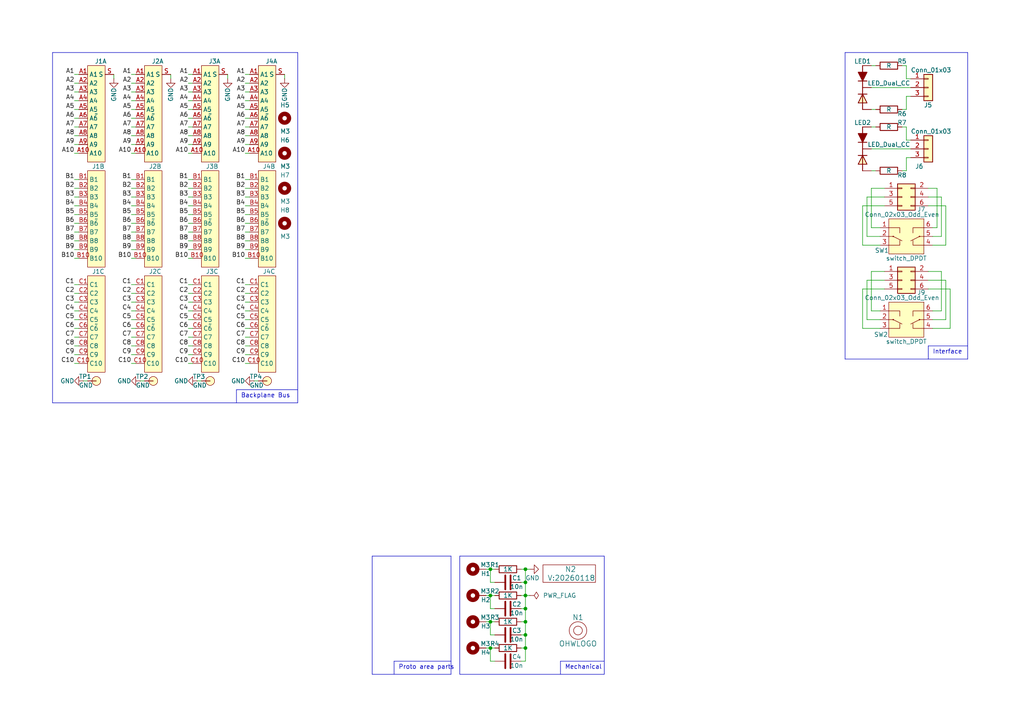
<source format=kicad_sch>
(kicad_sch (version 20250114) (generator "eeschema") (generator_version "9.0")
  (paper "A4")
  (lib_symbols
    (symbol "Connector_Generic:Conn_01x03" (pin_names (offset 1.016) (hide yes))
      (property "Reference" "J" (at 0 5.08 0))
      (property "Value" "Conn_01x03" (at 0 -5.08 0))
      (symbol "Conn_01x03_1_1"
        (rectangle (start -1.27 3.81) (end 1.27 -3.81) (stroke (width 0.254)) (fill (type background)))
        (rectangle (start -1.27 2.667) (end 0 2.413) (stroke (width 0.1524)))
        (rectangle (start -1.27 0.127) (end 0 -0.127) (stroke (width 0.1524)))
        (rectangle (start -1.27 -2.413) (end 0 -2.667) (stroke (width 0.1524)))
        (pin passive line (at -5.08 2.54 0) (length 3.81) (name "Pin_1") (number "1"))
        (pin passive line (at -5.08 0 0) (length 3.81) (name "Pin_2") (number "2"))
        (pin passive line (at -5.08 -2.54 0) (length 3.81) (name "Pin_3") (number "3"))
      )
    )
    (symbol "Connector_Generic:Conn_02x03_Odd_Even" (pin_names (offset 1.016) (hide yes))
      (property "Reference" "J" (at 1.27 5.08 0))
      (property "Value" "Conn_02x03_Odd_Even" (at 1.27 -5.08 0))
      (symbol "Conn_02x03_Odd_Even_1_1"
        (rectangle (start -1.27 3.81) (end 3.81 -3.81) (stroke (width 0.254)) (fill (type background)))
        (rectangle (start -1.27 2.667) (end 0 2.413) (stroke (width 0.1524)))
        (rectangle (start -1.27 0.127) (end 0 -0.127) (stroke (width 0.1524)))
        (rectangle (start -1.27 -2.413) (end 0 -2.667) (stroke (width 0.1524)))
        (rectangle (start 3.81 2.667) (end 2.54 2.413) (stroke (width 0.1524)))
        (rectangle (start 3.81 0.127) (end 2.54 -0.127) (stroke (width 0.1524)))
        (rectangle (start 3.81 -2.413) (end 2.54 -2.667) (stroke (width 0.1524)))
        (pin passive line (at -5.08 2.54 0) (length 3.81) (name "Pin_1") (number "1"))
        (pin passive line (at -5.08 0 0) (length 3.81) (name "Pin_3") (number "3"))
        (pin passive line (at -5.08 -2.54 0) (length 3.81) (name "Pin_5") (number "5"))
        (pin passive line (at 7.62 2.54 180) (length 3.81) (name "Pin_2") (number "2"))
        (pin passive line (at 7.62 0 180) (length 3.81) (name "Pin_4") (number "4"))
        (pin passive line (at 7.62 -2.54 180) (length 3.81) (name "Pin_6") (number "6"))
      )
    )
    (symbol "Device:C" (pin_numbers (hide yes)) (pin_names (offset 0.254))
      (property "Reference" "C" (at 0.635 2.54 0))
      (property "Value" "C" (at 0.635 -2.54 0))
      (symbol "C_0_1"
        (polyline (pts (xy -2.032 0.762) (xy 2.032 0.762)) (stroke (width 0.508)))
        (polyline (pts (xy -2.032 -0.762) (xy 2.032 -0.762)) (stroke (width 0.508)))
      )
      (symbol "C_1_1"
        (pin passive line (at 0 3.81 270) (length 2.794) (name "~") (number "1"))
        (pin passive line (at 0 -3.81 90) (length 2.794) (name "~") (number "2"))
      )
    )
    (symbol "Device:R" (pin_numbers (hide yes)) (pin_names (offset 0))
      (property "Reference" "R" (at 2.032 0 90))
      (property "Value" "R" (at 0 0 90))
      (symbol "R_0_1"
        (rectangle (start -1.016 -2.54) (end 1.016 2.54) (stroke (width 0.254)))
      )
      (symbol "R_1_1"
        (pin passive line (at 0 3.81 270) (length 1.27) (name "~") (number "1"))
        (pin passive line (at 0 -3.81 90) (length 1.27) (name "~") (number "2"))
      )
    )
    (symbol "Mechanical:MountingHole" (pin_names (offset 1.016))
      (property "Reference" "H" (at 0 5.08 0))
      (property "Value" "MountingHole" (at 0 3.175 0))
      (symbol "MountingHole_0_1"
        (circle (center 0 0) (radius 1.27) (stroke (width 1.27)))
      )
    )
    (symbol "Mechanical:MountingHole_Pad" (pin_numbers (hide yes)) (pin_names (offset 1.016) (hide yes))
      (property "Reference" "H" (at 0 6.35 0))
      (property "Value" "MountingHole_Pad" (at 0 4.445 0))
      (symbol "MountingHole_Pad_0_1"
        (circle (center 0 1.27) (radius 1.27) (stroke (width 1.27)))
      )
      (symbol "MountingHole_Pad_1_1"
        (pin input line (at 0 -2.54 90) (length 2.54) (name "1") (number "1"))
      )
    )
    (symbol "SquantorConnectors:DIN41612_03x10_ABC_screws"
      (property "Reference" "J" (at 0 15.24 0))
      (symbol "DIN41612_03x10_ABC_screws_1_1"
        (rectangle (start -2.54 13.97) (end 2.54 -13.97) (fill (type background)))
        (pin passive line (at -5.08 11.43 0) (length 2.54) (name "A1") (number "A1"))
        (pin passive line (at -5.08 8.89 0) (length 2.54) (name "A2") (number "A2"))
        (pin passive line (at -5.08 6.35 0) (length 2.54) (name "A3") (number "A3"))
        (pin passive line (at -5.08 3.81 0) (length 2.54) (name "A4") (number "A4"))
        (pin passive line (at -5.08 1.27 0) (length 2.54) (name "A5") (number "A5"))
        (pin passive line (at -5.08 -1.27 0) (length 2.54) (name "A6") (number "A6"))
        (pin passive line (at -5.08 -3.81 0) (length 2.54) (name "A7") (number "A7"))
        (pin passive line (at -5.08 -6.35 0) (length 2.54) (name "A8") (number "A8"))
        (pin passive line (at -5.08 -8.89 0) (length 2.54) (name "A9") (number "A9"))
        (pin passive line (at -5.08 -11.43 0) (length 2.54) (name "A10") (number "A10"))
        (pin passive line (at 5.08 11.43 180) (length 2.54) (name "S") (number "S"))
      )
      (symbol "DIN41612_03x10_ABC_screws_2_1"
        (rectangle (start -2.54 13.97) (end 2.54 -13.97) (fill (type background)))
        (pin passive line (at -5.08 11.43 0) (length 2.54) (name "B1") (number "B1"))
        (pin passive line (at -5.08 8.89 0) (length 2.54) (name "B2") (number "B2"))
        (pin passive line (at -5.08 6.35 0) (length 2.54) (name "B3") (number "B3"))
        (pin passive line (at -5.08 3.81 0) (length 2.54) (name "B4") (number "B4"))
        (pin passive line (at -5.08 1.27 0) (length 2.54) (name "B5") (number "B5"))
        (pin passive line (at -5.08 -1.27 0) (length 2.54) (name "B6") (number "B6"))
        (pin passive line (at -5.08 -3.81 0) (length 2.54) (name "B7") (number "B7"))
        (pin passive line (at -5.08 -6.35 0) (length 2.54) (name "B8") (number "B8"))
        (pin passive line (at -5.08 -8.89 0) (length 2.54) (name "B9") (number "B9"))
        (pin passive line (at -5.08 -11.43 0) (length 2.54) (name "B10") (number "B10"))
      )
      (symbol "DIN41612_03x10_ABC_screws_3_1"
        (rectangle (start -2.54 13.97) (end 2.54 -13.97) (fill (type background)))
        (pin passive line (at -5.08 11.43 0) (length 2.54) (name "C1") (number "C1"))
        (pin passive line (at -5.08 8.89 0) (length 2.54) (name "C2") (number "C2"))
        (pin passive line (at -5.08 6.35 0) (length 2.54) (name "C3") (number "C3"))
        (pin passive line (at -5.08 3.81 0) (length 2.54) (name "C4") (number "C4"))
        (pin passive line (at -5.08 1.27 0) (length 2.54) (name "C5") (number "C5"))
        (pin passive line (at -5.08 -1.27 0) (length 2.54) (name "C6") (number "C6"))
        (pin passive line (at -5.08 -3.81 0) (length 2.54) (name "C7") (number "C7"))
        (pin passive line (at -5.08 -6.35 0) (length 2.54) (name "C8") (number "C8"))
        (pin passive line (at -5.08 -8.89 0) (length 2.54) (name "C9") (number "C9"))
        (pin passive line (at -5.08 -11.43 0) (length 2.54) (name "C10") (number "C10"))
      )
    )
    (symbol "SquantorDevice:LED_Dual_CC" (pin_numbers (hide yes)) (pin_names (hide yes))
      (property "Reference" "LED" (at 0 8.89 0))
      (property "Value" "LED_Dual_CC" (at 0 -8.89 0))
      (symbol "LED_Dual_CC_0_1"
        (polyline (pts (xy -1.27 1.905) (xy 1.27 1.905)) (stroke (width 0.254)))
        (polyline (pts (xy -1.27 -1.905) (xy 1.27 -1.905)) (stroke (width 0.254)))
        (polyline (pts (xy 0 6.35) (xy 0 -6.35)) (stroke (width 0.254)))
        (polyline (pts (xy 0 1.905) (xy 1.27 4.445) (xy -1.27 4.445) (xy 0 1.905)) (stroke (width 0.254)) (fill (type outline)))
        (polyline (pts (xy 0 -1.905) (xy -1.27 -4.445) (xy 1.27 -4.445) (xy 0 -1.905)) (stroke (width 0.254)) (fill (type background)))
      )
      (symbol "LED_Dual_CC_1_1"
        (pin passive line (at -2.54 6.35 0) (length 2.54) (name "A1") (number "1"))
        (pin passive line (at -2.54 0 0) (length 2.54) (name "C") (number "2"))
        (pin passive line (at -2.54 -6.35 0) (length 2.54) (name "A2") (number "3"))
      )
    )
    (symbol "SquantorLabels:OHWLOGO" (pin_names (offset 1.016))
      (property "Reference" "N" (at 0 3.81 0))
      (property "Value" "OHWLOGO" (at 0 -3.81 0))
      (symbol "OHWLOGO_0_1"
        (circle (center 0 0) (radius 1.27))
        (circle (center 0 0) (radius 2.54))
      )
    )
    (symbol "SquantorLabels:VYYYYMMDD" (pin_names (offset 1.016))
      (property "Reference" "N" (at 0 2.54 0))
      (property "Value" "VYYYYMMDD" (at 0 0 0))
      (symbol "VYYYYMMDD_0_1"
        (rectangle (start 7.62 -1.27) (end -7.62 3.81))
      )
    )
    (symbol "SquantorProto:testpad" (pin_numbers (hide yes)) (pin_names (offset 1.016) (hide yes))
      (property "Reference" "TP" (at 0 2.54 0))
      (property "Value" "testpad" (at 0 -2.54 0))
      (symbol "testpad_0_1"
        (circle (center 0 0) (radius 1.27) (fill (type background)))
      )
      (symbol "testpad_1_1"
        (pin passive line (at -2.54 0 0) (length 2.54) (name "1") (number "1"))
      )
    )
    (symbol "SquantorSwitches:switch_DPDT" (pin_names (hide yes))
      (property "Reference" "SW" (at 0 6.35 0))
      (property "Value" "switch_DPDT" (at 0 -6.35 0))
      (symbol "switch_DPDT_0_1"
        (rectangle (start -5.08 5.08) (end 5.08 -5.08) (fill (type background)))
        (polyline (pts (xy -5.08 2.54) (xy -1.905 2.54) (xy -1.905 1.016)))
        (polyline (pts (xy -5.08 0) (xy -3.81 0) (xy -1.27 -1.27)))
        (polyline (pts (xy -5.08 -2.54) (xy -1.905 -2.54) (xy -1.905 -1.143)))
        (circle (center -3.81 0) (radius 0.127))
        (circle (center 3.81 0) (radius 0.127))
        (polyline (pts (xy 4.445 5.08) (xy 4.445 5.08)))
        (rectangle (start 5.08 5.08) (end 5.08 5.08) (fill (type background)))
        (polyline (pts (xy 5.08 2.54) (xy 1.905 2.54) (xy 1.905 1.016)))
        (polyline (pts (xy 5.08 0) (xy 3.81 0) (xy 1.27 -1.27)))
        (polyline (pts (xy 5.08 -2.54) (xy 1.905 -2.54) (xy 1.905 -1.143)))
      )
      (symbol "switch_DPDT_1_1"
        (pin passive line (at -7.62 2.54 0) (length 2.54) (name "SW1_P1") (number "1"))
        (pin passive line (at -7.62 0 0) (length 2.54) (name "SW1_C1") (number "2"))
        (pin passive line (at -7.62 -2.54 0) (length 2.54) (name "SW1_P2") (number "3"))
        (pin passive line (at 7.62 2.54 180) (length 2.54) (name "SW2_P2") (number "6"))
        (pin passive line (at 7.62 0 180) (length 2.54) (name "SW2_C1") (number "5"))
        (pin passive line (at 7.62 -2.54 180) (length 2.54) (name "SW2_P2") (number "4"))
      )
    )
    (symbol "power:GND" (power) (pin_numbers (hide yes)) (pin_names (offset 0) (hide yes))
      (property "Value" "GND" (at 0 -3.81 0))
      (symbol "GND_0_1"
        (polyline (pts (xy 0 0) (xy 0 -1.27) (xy 1.27 -1.27) (xy 0 -2.54) (xy -1.27 -1.27) (xy 0 -1.27)))
      )
      (symbol "GND_1_1"
        (pin power_in line (at 0 0 270) (length 0) (name "~") (number "1"))
      )
    )
    (symbol "power:PWR_FLAG" (power) (pin_numbers (hide yes)) (pin_names (offset 0) (hide yes))
      (property "Value" "PWR_FLAG" (at 0 3.81 0))
      (symbol "PWR_FLAG_0_0"
        (pin power_out line (at 0 0 90) (length 0) (name "pwr") (number "1"))
      )
      (symbol "PWR_FLAG_0_1"
        (polyline (pts (xy 0 0) (xy 0 1.27) (xy -1.016 1.905) (xy 0 2.54) (xy 1.016 1.905) (xy 0 1.27)))
      )
    )
  )
  (text "Proto area parts" (at 115.57 194.31 0) (effects (font (size 1.27 1.27)) (justify left bottom)))
  (text "Mechanical" (at 163.83 194.31 0) (effects (font (size 1.27 1.27)) (justify left bottom)))
  (text "Interface" (at 270.51 102.87 0) (effects (font (size 1.27 1.27)) (justify left bottom)))
  (text "Backplane Bus" (at 69.85 115.57 0) (effects (font (size 1.27 1.27)) (justify left bottom)))
  (junction (at 152.4 172.72))
  (junction (at 142.24 165.1))
  (junction (at 152.4 187.96))
  (junction (at 142.24 187.96))
  (junction (at 142.24 180.34))
  (junction (at 152.4 180.34))
  (junction (at 152.4 165.1))
  (junction (at 152.4 168.91))
  (junction (at 152.4 184.15))
  (junction (at 152.4 176.53))
  (junction (at 142.24 172.72))
  (wire (pts (xy 38.1 100.33) (xy 39.37 100.33)))
  (wire (pts (xy 71.12 24.13) (xy 72.39 24.13)))
  (wire (pts (xy 252.73 49.53) (xy 254 49.53)))
  (wire (pts (xy 152.4 172.72) (xy 152.4 176.53)))
  (wire (pts (xy 71.12 102.87) (xy 72.39 102.87)))
  (wire (pts (xy 54.61 69.85) (xy 55.88 69.85)))
  (wire (pts (xy 54.61 95.25) (xy 55.88 95.25)))
  (wire (pts (xy 255.27 71.12) (xy 250.19 71.12)))
  (wire (pts (xy 262.89 49.53) (xy 262.89 45.72)))
  (polyline (pts (xy 86.36 113.03) (xy 68.58 113.03)))
  (wire (pts (xy 71.12 59.69) (xy 72.39 59.69)))
  (wire (pts (xy 38.1 29.21) (xy 39.37 29.21)))
  (wire (pts (xy 71.12 87.63) (xy 72.39 87.63)))
  (wire (pts (xy 71.12 34.29) (xy 72.39 34.29)))
  (wire (pts (xy 71.12 105.41) (xy 72.39 105.41)))
  (wire (pts (xy 262.89 36.83) (xy 261.62 36.83)))
  (wire (pts (xy 71.12 57.15) (xy 72.39 57.15)))
  (wire (pts (xy 38.1 72.39) (xy 39.37 72.39)))
  (wire (pts (xy 38.1 21.59) (xy 39.37 21.59)))
  (wire (pts (xy 49.53 21.59) (xy 49.53 22.86)))
  (polyline (pts (xy 269.24 100.33) (xy 269.24 104.14)))
  (wire (pts (xy 54.61 62.23) (xy 55.88 62.23)))
  (wire (pts (xy 54.61 64.77) (xy 55.88 64.77)))
  (wire (pts (xy 38.1 64.77) (xy 39.37 64.77)))
  (wire (pts (xy 71.12 90.17) (xy 72.39 90.17)))
  (polyline (pts (xy 162.56 195.58) (xy 162.56 191.77)))
  (polyline (pts (xy 114.3 191.77) (xy 114.3 195.58)))
  (wire (pts (xy 21.59 85.09) (xy 22.86 85.09)))
  (wire (pts (xy 21.59 21.59) (xy 22.86 21.59)))
  (wire (pts (xy 142.24 180.34) (xy 143.51 180.34)))
  (wire (pts (xy 151.13 184.15) (xy 152.4 184.15)))
  (wire (pts (xy 21.59 82.55) (xy 22.86 82.55)))
  (wire (pts (xy 21.59 59.69) (xy 22.86 59.69)))
  (wire (pts (xy 271.78 66.04) (xy 271.78 54.61)))
  (wire (pts (xy 269.24 57.15) (xy 273.05 57.15)))
  (polyline (pts (xy 280.67 104.14) (xy 280.67 15.24)))
  (wire (pts (xy 274.32 81.28) (xy 269.24 81.28)))
  (wire (pts (xy 262.89 31.75) (xy 262.89 27.94)))
  (wire (pts (xy 21.59 41.91) (xy 22.86 41.91)))
  (wire (pts (xy 21.59 100.33) (xy 22.86 100.33)))
  (wire (pts (xy 262.89 45.72) (xy 264.16 45.72)))
  (wire (pts (xy 143.51 168.91) (xy 142.24 168.91)))
  (wire (pts (xy 255.27 66.04) (xy 252.73 66.04)))
  (wire (pts (xy 21.59 31.75) (xy 22.86 31.75)))
  (wire (pts (xy 71.12 92.71) (xy 72.39 92.71)))
  (wire (pts (xy 152.4 172.72) (xy 153.67 172.72)))
  (wire (pts (xy 270.51 71.12) (xy 274.32 71.12)))
  (wire (pts (xy 71.12 69.85) (xy 72.39 69.85)))
  (wire (pts (xy 54.61 31.75) (xy 55.88 31.75)))
  (wire (pts (xy 71.12 36.83) (xy 72.39 36.83)))
  (wire (pts (xy 38.1 52.07) (xy 39.37 52.07)))
  (wire (pts (xy 71.12 64.77) (xy 72.39 64.77)))
  (polyline (pts (xy 175.26 195.58) (xy 175.26 161.29)))
  (wire (pts (xy 152.4 176.53) (xy 152.4 180.34)))
  (wire (pts (xy 71.12 95.25) (xy 72.39 95.25)))
  (wire (pts (xy 252.73 25.4) (xy 264.16 25.4)))
  (wire (pts (xy 142.24 191.77) (xy 142.24 187.96)))
  (wire (pts (xy 21.59 72.39) (xy 22.86 72.39)))
  (wire (pts (xy 262.89 22.86) (xy 262.89 19.05)))
  (wire (pts (xy 274.32 92.71) (xy 274.32 81.28)))
  (wire (pts (xy 54.61 26.67) (xy 55.88 26.67)))
  (wire (pts (xy 21.59 90.17) (xy 22.86 90.17)))
  (wire (pts (xy 142.24 165.1) (xy 143.51 165.1)))
  (wire (pts (xy 143.51 176.53) (xy 142.24 176.53)))
  (wire (pts (xy 251.46 68.58) (xy 251.46 57.15)))
  (wire (pts (xy 71.12 85.09) (xy 72.39 85.09)))
  (wire (pts (xy 38.1 39.37) (xy 39.37 39.37)))
  (wire (pts (xy 21.59 87.63) (xy 22.86 87.63)))
  (wire (pts (xy 71.12 44.45) (xy 72.39 44.45)))
  (wire (pts (xy 270.51 95.25) (xy 275.59 95.25)))
  (wire (pts (xy 21.59 62.23) (xy 22.86 62.23)))
  (wire (pts (xy 38.1 59.69) (xy 39.37 59.69)))
  (wire (pts (xy 71.12 100.33) (xy 72.39 100.33)))
  (wire (pts (xy 38.1 62.23) (xy 39.37 62.23)))
  (wire (pts (xy 54.61 54.61) (xy 55.88 54.61)))
  (wire (pts (xy 269.24 59.69) (xy 274.32 59.69)))
  (wire (pts (xy 38.1 54.61) (xy 39.37 54.61)))
  (wire (pts (xy 54.61 90.17) (xy 55.88 90.17)))
  (wire (pts (xy 251.46 81.28) (xy 256.54 81.28)))
  (wire (pts (xy 54.61 102.87) (xy 55.88 102.87)))
  (wire (pts (xy 142.24 184.15) (xy 143.51 184.15)))
  (wire (pts (xy 71.12 31.75) (xy 72.39 31.75)))
  (wire (pts (xy 38.1 36.83) (xy 39.37 36.83)))
  (wire (pts (xy 250.19 71.12) (xy 250.19 59.69)))
  (wire (pts (xy 38.1 95.25) (xy 39.37 95.25)))
  (wire (pts (xy 38.1 67.31) (xy 39.37 67.31)))
  (wire (pts (xy 38.1 102.87) (xy 39.37 102.87)))
  (wire (pts (xy 66.04 21.59) (xy 66.04 22.86)))
  (wire (pts (xy 250.19 95.25) (xy 250.19 83.82)))
  (wire (pts (xy 54.61 74.93) (xy 55.88 74.93)))
  (wire (pts (xy 252.73 36.83) (xy 254 36.83)))
  (wire (pts (xy 273.05 90.17) (xy 273.05 78.74)))
  (wire (pts (xy 21.59 52.07) (xy 22.86 52.07)))
  (wire (pts (xy 252.73 19.05) (xy 254 19.05)))
  (wire (pts (xy 54.61 72.39) (xy 55.88 72.39)))
  (wire (pts (xy 142.24 172.72) (xy 142.24 176.53)))
  (wire (pts (xy 71.12 82.55) (xy 72.39 82.55)))
  (wire (pts (xy 54.61 29.21) (xy 55.88 29.21)))
  (wire (pts (xy 255.27 92.71) (xy 251.46 92.71)))
  (polyline (pts (xy 130.81 195.58) (xy 107.95 195.58)))
  (wire (pts (xy 71.12 26.67) (xy 72.39 26.67)))
  (wire (pts (xy 73.66 110.49) (xy 74.93 110.49)))
  (wire (pts (xy 21.59 67.31) (xy 22.86 67.31)))
  (wire (pts (xy 21.59 95.25) (xy 22.86 95.25)))
  (wire (pts (xy 151.13 187.96) (xy 152.4 187.96)))
  (wire (pts (xy 152.4 187.96) (xy 152.4 191.77)))
  (wire (pts (xy 54.61 36.83) (xy 55.88 36.83)))
  (wire (pts (xy 152.4 168.91) (xy 152.4 165.1)))
  (wire (pts (xy 54.61 85.09) (xy 55.88 85.09)))
  (wire (pts (xy 142.24 172.72) (xy 143.51 172.72)))
  (wire (pts (xy 40.64 110.49) (xy 41.91 110.49)))
  (wire (pts (xy 38.1 34.29) (xy 39.37 34.29)))
  (wire (pts (xy 142.24 187.96) (xy 143.51 187.96)))
  (wire (pts (xy 21.59 44.45) (xy 22.86 44.45)))
  (polyline (pts (xy 162.56 191.77) (xy 175.26 191.77)))
  (wire (pts (xy 57.15 110.49) (xy 58.42 110.49)))
  (wire (pts (xy 264.16 40.64) (xy 262.89 40.64)))
  (wire (pts (xy 270.51 92.71) (xy 274.32 92.71)))
  (wire (pts (xy 264.16 22.86) (xy 262.89 22.86)))
  (wire (pts (xy 262.89 27.94) (xy 264.16 27.94)))
  (wire (pts (xy 38.1 24.13) (xy 39.37 24.13)))
  (wire (pts (xy 252.73 90.17) (xy 252.73 78.74)))
  (wire (pts (xy 38.1 41.91) (xy 39.37 41.91)))
  (polyline (pts (xy 245.11 104.14) (xy 280.67 104.14)))
  (wire (pts (xy 21.59 26.67) (xy 22.86 26.67)))
  (wire (pts (xy 262.89 19.05) (xy 261.62 19.05)))
  (wire (pts (xy 21.59 54.61) (xy 22.86 54.61)))
  (wire (pts (xy 71.12 67.31) (xy 72.39 67.31)))
  (wire (pts (xy 71.12 74.93) (xy 72.39 74.93)))
  (wire (pts (xy 38.1 85.09) (xy 39.37 85.09)))
  (wire (pts (xy 54.61 21.59) (xy 55.88 21.59)))
  (wire (pts (xy 54.61 97.79) (xy 55.88 97.79)))
  (wire (pts (xy 54.61 82.55) (xy 55.88 82.55)))
  (wire (pts (xy 151.13 172.72) (xy 152.4 172.72)))
  (wire (pts (xy 275.59 83.82) (xy 269.24 83.82)))
  (wire (pts (xy 38.1 31.75) (xy 39.37 31.75)))
  (wire (pts (xy 252.73 31.75) (xy 254 31.75)))
  (wire (pts (xy 142.24 168.91) (xy 142.24 165.1)))
  (wire (pts (xy 152.4 184.15) (xy 152.4 187.96)))
  (polyline (pts (xy 15.24 15.24) (xy 15.24 116.84)))
  (wire (pts (xy 21.59 24.13) (xy 22.86 24.13)))
  (polyline (pts (xy 133.35 161.29) (xy 133.35 195.58)))
  (wire (pts (xy 54.61 100.33) (xy 55.88 100.33)))
  (wire (pts (xy 71.12 54.61) (xy 72.39 54.61)))
  (wire (pts (xy 142.24 180.34) (xy 142.24 184.15)))
  (wire (pts (xy 140.97 187.96) (xy 142.24 187.96)))
  (wire (pts (xy 270.51 90.17) (xy 273.05 90.17)))
  (wire (pts (xy 152.4 191.77) (xy 151.13 191.77)))
  (wire (pts (xy 38.1 57.15) (xy 39.37 57.15)))
  (wire (pts (xy 71.12 72.39) (xy 72.39 72.39)))
  (wire (pts (xy 21.59 97.79) (xy 22.86 97.79)))
  (wire (pts (xy 273.05 68.58) (xy 273.05 57.15)))
  (polyline (pts (xy 280.67 100.33) (xy 269.24 100.33)))
  (wire (pts (xy 262.89 40.64) (xy 262.89 36.83)))
  (wire (pts (xy 151.13 176.53) (xy 152.4 176.53)))
  (polyline (pts (xy 86.36 15.24) (xy 86.36 116.84)))
  (wire (pts (xy 21.59 105.41) (xy 22.86 105.41)))
  (wire (pts (xy 33.02 21.59) (xy 33.02 22.86)))
  (wire (pts (xy 71.12 29.21) (xy 72.39 29.21)))
  (wire (pts (xy 38.1 44.45) (xy 39.37 44.45)))
  (wire (pts (xy 143.51 191.77) (xy 142.24 191.77)))
  (wire (pts (xy 21.59 34.29) (xy 22.86 34.29)))
  (wire (pts (xy 38.1 26.67) (xy 39.37 26.67)))
  (polyline (pts (xy 15.24 15.24) (xy 86.36 15.24)))
  (wire (pts (xy 54.61 57.15) (xy 55.88 57.15)))
  (wire (pts (xy 275.59 95.25) (xy 275.59 83.82)))
  (wire (pts (xy 140.97 165.1) (xy 142.24 165.1)))
  (polyline (pts (xy 130.81 191.77) (xy 114.3 191.77)))
  (wire (pts (xy 21.59 39.37) (xy 22.86 39.37)))
  (wire (pts (xy 251.46 92.71) (xy 251.46 81.28)))
  (wire (pts (xy 270.51 66.04) (xy 271.78 66.04)))
  (wire (pts (xy 252.73 66.04) (xy 252.73 54.61)))
  (polyline (pts (xy 107.95 195.58) (xy 107.95 161.29)))
  (wire (pts (xy 21.59 57.15) (xy 22.86 57.15)))
  (polyline (pts (xy 175.26 161.29) (xy 133.35 161.29)))
  (wire (pts (xy 152.4 168.91) (xy 152.4 172.72)))
  (wire (pts (xy 21.59 36.83) (xy 22.86 36.83)))
  (wire (pts (xy 140.97 172.72) (xy 142.24 172.72)))
  (polyline (pts (xy 107.95 161.29) (xy 130.81 161.29)))
  (wire (pts (xy 38.1 82.55) (xy 39.37 82.55)))
  (polyline (pts (xy 245.11 15.24) (xy 245.11 104.14)))
  (wire (pts (xy 252.73 78.74) (xy 256.54 78.74)))
  (wire (pts (xy 38.1 69.85) (xy 39.37 69.85)))
  (wire (pts (xy 273.05 78.74) (xy 269.24 78.74)))
  (wire (pts (xy 71.12 21.59) (xy 72.39 21.59)))
  (wire (pts (xy 54.61 67.31) (xy 55.88 67.31)))
  (wire (pts (xy 71.12 62.23) (xy 72.39 62.23)))
  (wire (pts (xy 82.55 21.59) (xy 82.55 22.86)))
  (wire (pts (xy 250.19 59.69) (xy 256.54 59.69)))
  (wire (pts (xy 54.61 92.71) (xy 55.88 92.71)))
  (wire (pts (xy 71.12 39.37) (xy 72.39 39.37)))
  (wire (pts (xy 21.59 102.87) (xy 22.86 102.87)))
  (wire (pts (xy 152.4 165.1) (xy 153.67 165.1)))
  (wire (pts (xy 54.61 44.45) (xy 55.88 44.45)))
  (wire (pts (xy 270.51 68.58) (xy 273.05 68.58)))
  (wire (pts (xy 71.12 41.91) (xy 72.39 41.91)))
  (wire (pts (xy 250.19 83.82) (xy 256.54 83.82)))
  (polyline (pts (xy 68.58 113.03) (xy 68.58 116.84)))
  (wire (pts (xy 252.73 54.61) (xy 256.54 54.61)))
  (wire (pts (xy 251.46 57.15) (xy 256.54 57.15)))
  (wire (pts (xy 38.1 97.79) (xy 39.37 97.79)))
  (wire (pts (xy 261.62 49.53) (xy 262.89 49.53)))
  (wire (pts (xy 250.19 95.25) (xy 255.27 95.25)))
  (wire (pts (xy 54.61 52.07) (xy 55.88 52.07)))
  (wire (pts (xy 38.1 92.71) (xy 39.37 92.71)))
  (wire (pts (xy 54.61 41.91) (xy 55.88 41.91)))
  (wire (pts (xy 38.1 105.41) (xy 39.37 105.41)))
  (polyline (pts (xy 133.35 195.58) (xy 175.26 195.58)))
  (wire (pts (xy 152.4 180.34) (xy 152.4 184.15)))
  (wire (pts (xy 21.59 29.21) (xy 22.86 29.21)))
  (wire (pts (xy 38.1 90.17) (xy 39.37 90.17)))
  (wire (pts (xy 261.62 31.75) (xy 262.89 31.75)))
  (wire (pts (xy 24.13 110.49) (xy 25.4 110.49)))
  (wire (pts (xy 252.73 43.18) (xy 264.16 43.18)))
  (wire (pts (xy 140.97 180.34) (xy 142.24 180.34)))
  (wire (pts (xy 21.59 69.85) (xy 22.86 69.85)))
  (wire (pts (xy 269.24 54.61) (xy 271.78 54.61)))
  (wire (pts (xy 151.13 180.34) (xy 152.4 180.34)))
  (wire (pts (xy 38.1 74.93) (xy 39.37 74.93)))
  (wire (pts (xy 151.13 168.91) (xy 152.4 168.91)))
  (wire (pts (xy 21.59 74.93) (xy 22.86 74.93)))
  (wire (pts (xy 255.27 68.58) (xy 251.46 68.58)))
  (wire (pts (xy 54.61 59.69) (xy 55.88 59.69)))
  (polyline (pts (xy 280.67 15.24) (xy 245.11 15.24)))
  (wire (pts (xy 54.61 39.37) (xy 55.88 39.37)))
  (wire (pts (xy 21.59 64.77) (xy 22.86 64.77)))
  (wire (pts (xy 54.61 24.13) (xy 55.88 24.13)))
  (polyline (pts (xy 86.36 116.84) (xy 15.24 116.84)))
  (wire (pts (xy 38.1 87.63) (xy 39.37 87.63)))
  (polyline (pts (xy 130.81 161.29) (xy 130.81 195.58)))
  (wire (pts (xy 274.32 71.12) (xy 274.32 59.69)))
  (wire (pts (xy 21.59 92.71) (xy 22.86 92.71)))
  (wire (pts (xy 54.61 105.41) (xy 55.88 105.41)))
  (wire (pts (xy 151.13 165.1) (xy 152.4 165.1)))
  (wire (pts (xy 71.12 97.79) (xy 72.39 97.79)))
  (wire (pts (xy 54.61 87.63) (xy 55.88 87.63)))
  (wire (pts (xy 54.61 34.29) (xy 55.88 34.29)))
  (wire (pts (xy 255.27 90.17) (xy 252.73 90.17)))
  (wire (pts (xy 71.12 52.07) (xy 72.39 52.07)))
  (label "B5" (at 71.12 62.23 180))
  (label "A10" (at 21.59 44.45 180))
  (label "B1" (at 71.12 52.07 180))
  (label "B8" (at 21.59 69.85 180))
  (label "A10" (at 38.1 44.45 180))
  (label "B8" (at 38.1 69.85 180))
  (label "B1" (at 21.59 52.07 180))
  (label "C10" (at 21.59 105.41 180))
  (label "C2" (at 71.12 85.09 180))
  (label "B2" (at 71.12 54.61 180))
  (label "A1" (at 21.59 21.59 180))
  (label "C2" (at 38.1 85.09 180))
  (label "C2" (at 54.61 85.09 180))
  (label "A4" (at 21.59 29.21 180))
  (label "A9" (at 21.59 41.91 180))
  (label "B3" (at 38.1 57.15 180))
  (label "C8" (at 38.1 100.33 180))
  (label "B3" (at 21.59 57.15 180))
  (label "A3" (at 71.12 26.67 180))
  (label "C8" (at 54.61 100.33 180))
  (label "C5" (at 71.12 92.71 180))
  (label "A3" (at 54.61 26.67 180))
  (label "A2" (at 54.61 24.13 180))
  (label "C3" (at 54.61 87.63 180))
  (label "A6" (at 21.59 34.29 180))
  (label "C1" (at 21.59 82.55 180))
  (label "B4" (at 38.1 59.69 180))
  (label "C4" (at 38.1 90.17 180))
  (label "C10" (at 71.12 105.41 180))
  (label "C3" (at 38.1 87.63 180))
  (label "C5" (at 38.1 92.71 180))
  (label "B10" (at 21.59 74.93 180))
  (label "C10" (at 54.61 105.41 180))
  (label "A4" (at 54.61 29.21 180))
  (label "A1" (at 71.12 21.59 180))
  (label "A5" (at 71.12 31.75 180))
  (label "A6" (at 71.12 34.29 180))
  (label "A3" (at 38.1 26.67 180))
  (label "C7" (at 71.12 97.79 180))
  (label "C9" (at 71.12 102.87 180))
  (label "C3" (at 71.12 87.63 180))
  (label "C5" (at 54.61 92.71 180))
  (label "A3" (at 21.59 26.67 180))
  (label "A2" (at 38.1 24.13 180))
  (label "B5" (at 38.1 62.23 180))
  (label "A2" (at 71.12 24.13 180))
  (label "B2" (at 38.1 54.61 180))
  (label "B8" (at 71.12 69.85 180))
  (label "C9" (at 38.1 102.87 180))
  (label "A9" (at 71.12 41.91 180))
  (label "C2" (at 21.59 85.09 180))
  (label "A5" (at 21.59 31.75 180))
  (label "C1" (at 71.12 82.55 180))
  (label "B9" (at 71.12 72.39 180))
  (label "A5" (at 38.1 31.75 180))
  (label "C6" (at 21.59 95.25 180))
  (label "A6" (at 38.1 34.29 180))
  (label "B10" (at 71.12 74.93 180))
  (label "B2" (at 54.61 54.61 180))
  (label "B1" (at 38.1 52.07 180))
  (label "B7" (at 54.61 67.31 180))
  (label "B6" (at 71.12 64.77 180))
  (label "A6" (at 54.61 34.29 180))
  (label "C9" (at 54.61 102.87 180))
  (label "B4" (at 71.12 59.69 180))
  (label "B5" (at 54.61 62.23 180))
  (label "A7" (at 38.1 36.83 180))
  (label "C9" (at 21.59 102.87 180))
  (label "C8" (at 21.59 100.33 180))
  (label "C4" (at 21.59 90.17 180))
  (label "C1" (at 38.1 82.55 180))
  (label "A2" (at 21.59 24.13 180))
  (label "C10" (at 38.1 105.41 180))
  (label "A8" (at 71.12 39.37 180))
  (label "B7" (at 38.1 67.31 180))
  (label "C6" (at 54.61 95.25 180))
  (label "B2" (at 21.59 54.61 180))
  (label "A7" (at 71.12 36.83 180))
  (label "A10" (at 54.61 44.45 180))
  (label "B3" (at 71.12 57.15 180))
  (label "B6" (at 21.59 64.77 180))
  (label "A4" (at 38.1 29.21 180))
  (label "A8" (at 54.61 39.37 180))
  (label "A9" (at 38.1 41.91 180))
  (label "C4" (at 71.12 90.17 180))
  (label "B8" (at 54.61 69.85 180))
  (label "B10" (at 54.61 74.93 180))
  (label "A1" (at 38.1 21.59 180))
  (label "B6" (at 54.61 64.77 180))
  (label "C5" (at 21.59 92.71 180))
  (label "A7" (at 54.61 36.83 180))
  (label "C7" (at 21.59 97.79 180))
  (label "A8" (at 38.1 39.37 180))
  (label "B9" (at 54.61 72.39 180))
  (label "C3" (at 21.59 87.63 180))
  (label "C7" (at 54.61 97.79 180))
  (label "B6" (at 38.1 64.77 180))
  (label "A4" (at 71.12 29.21 180))
  (label "B9" (at 21.59 72.39 180))
  (label "C7" (at 38.1 97.79 180))
  (label "C6" (at 71.12 95.25 180))
  (label "B5" (at 21.59 62.23 180))
  (label "B3" (at 54.61 57.15 180))
  (label "B7" (at 71.12 67.31 180))
  (label "A10" (at 71.12 44.45 180))
  (label "B4" (at 54.61 59.69 180))
  (label "C8" (at 71.12 100.33 180))
  (label "A9" (at 54.61 41.91 180))
  (label "A5" (at 54.61 31.75 180))
  (label "C1" (at 54.61 82.55 180))
  (label "B10" (at 38.1 74.93 180))
  (label "B9" (at 38.1 72.39 180))
  (label "A8" (at 21.59 39.37 180))
  (label "A7" (at 21.59 36.83 180))
  (label "B4" (at 21.59 59.69 180))
  (label "B7" (at 21.59 67.31 180))
  (label "C6" (at 38.1 95.25 180))
  (label "A1" (at 54.61 21.59 180))
  (label "B1" (at 54.61 52.07 180))
  (label "C4" (at 54.61 90.17 180))
  (symbol (lib_id "SquantorLabels:OHWLOGO") (at 167.64 182.88 0) (unit 1)
    (property "Reference" "N1" (at 167.64 179.07 0) (effects (font (size 1.524 1.524))))
    (property "Value" "OHWLOGO" (at 167.64 186.69 0) (effects (font (size 1.524 1.524))))
    (property "Footprint" "Symbol:OSHW-Symbol_6.7x6mm_SilkScreen" (effects (hide yes)))
  )
  (symbol (lib_id "SquantorLabels:VYYYYMMDD") (at 165.1 167.64 0) (unit 1)
    (property "Reference" "N2" (at 163.83 165.1 0) (effects (font (size 1.524 1.524)) (justify left)))
    (property "Value" "V:20260118" (at 158.75 167.64 0) (effects (font (size 1.524 1.524)) (justify left)))
    (property "Footprint" "SquantorLabels:Label_Generic" (effects (hide yes)))
  )
  (symbol (lib_id "Mechanical:MountingHole_Pad") (at 138.43 165.1 90) (unit 1)
    (property "Reference" "H1" (at 142.24 166.37 90) (effects (justify left)))
    (property "Value" "M3" (at 142.24 163.83 90) (effects (justify left)))
    (property "Footprint" "SquantorPcbOutline:MountingHole_3.2mm_M3_Pad_Via" (effects (hide yes)))
  )
  (symbol (lib_id "Mechanical:MountingHole_Pad") (at 138.43 172.72 90) (unit 1)
    (property "Reference" "H2" (at 142.24 173.99 90) (effects (justify left)))
    (property "Value" "M3" (at 142.24 171.45 90) (effects (justify left)))
    (property "Footprint" "SquantorPcbOutline:MountingHole_3.2mm_M3_Pad_Via" (effects (hide yes)))
  )
  (symbol (lib_id "Mechanical:MountingHole_Pad") (at 138.43 180.34 90) (unit 1)
    (property "Reference" "H3" (at 142.24 181.61 90) (effects (justify left)))
    (property "Value" "M3" (at 142.24 179.07 90) (effects (justify left)))
    (property "Footprint" "SquantorPcbOutline:MountingHole_3.2mm_M3_Pad_Via" (effects (hide yes)))
  )
  (symbol (lib_id "Mechanical:MountingHole_Pad") (at 138.43 187.96 90) (unit 1)
    (property "Reference" "H4" (at 142.24 189.23 90) (effects (justify left)))
    (property "Value" "M3" (at 142.24 186.69 90) (effects (justify left)))
    (property "Footprint" "SquantorPcbOutline:MountingHole_3.2mm_M3_Pad_Via" (effects (hide yes)))
  )
  (symbol (lib_id "power:GND") (at 73.66 110.49 270) (mirror x) (unit 1)
    (property "Reference" "#PWR08" (effects (hide yes)))
    (property "Value" "GND" (at 71.12 110.49 90) (effects (justify right)))
    (property "Description" "Power symbol creates a global label with name \"GND\" , ground" (effects (hide yes)))
  )
  (symbol (lib_id "SquantorSwitches:switch_DPDT") (at 262.89 68.58 0) (unit 1)
    (property "Reference" "SW1" (at 255.778 72.644 0))
    (property "Value" "switch_DPDT" (at 262.89 74.93 0))
    (property "Footprint" "SquantorSwitches:PS-22F02" (effects (hide yes)))
  )
  (symbol (lib_id "SquantorConnectors:DIN41612_03x10_ABC_screws") (at 44.45 33.02 0) (unit 1)
    (property "Reference" "J2" (at 45.72 17.78 0))
    (property "Value" "~" (at 44.45 33.02 0))
    (property "Footprint" "SquantorConnectors:DIN41612_C3_3x10_Female_Vertical_THT_shields" (effects (hide yes)))
    (property "Description" "DIN41612 3 by 10 pin connector with screw terminals" (effects (hide yes)))
  )
  (symbol (lib_id "Mechanical:MountingHole") (at 82.55 54.61 0) (unit 1)
    (property "Reference" "H7" (at 81.28 50.8 0) (effects (justify left)))
    (property "Value" "M3" (at 81.28 58.42 0) (effects (justify left)))
    (property "Footprint" "SquantorPcbOutline:MountingHole_3.2mm_M3_Pad_Via" (effects (hide yes)))
  )
  (symbol (lib_id "Device:C") (at 147.32 176.53 90) (unit 1)
    (property "Reference" "C2" (at 149.86 175.26 90))
    (property "Value" "10n" (at 149.86 177.8 90))
    (property "Footprint" "SquantorCapacitor:C_0805+0603" (effects (hide yes)))
  )
  (symbol (lib_id "SquantorConnectors:DIN41612_03x10_ABC_screws") (at 27.94 93.98 0) (unit 3)
    (property "Reference" "J1" (at 26.67 78.74 0) (effects (justify left)))
    (property "Value" "~" (at 27.94 93.98 0))
    (property "Footprint" "SquantorConnectors:DIN41612_C3_3x10_Female_Vertical_THT_shields" (effects (hide yes)))
    (property "Description" "DIN41612 3 by 10 pin connector with screw terminals" (effects (hide yes)))
  )
  (symbol (lib_id "SquantorConnectors:DIN41612_03x10_ABC_screws") (at 60.96 33.02 0) (unit 1)
    (property "Reference" "J3" (at 62.23 17.78 0))
    (property "Value" "~" (at 60.96 33.02 0))
    (property "Footprint" "SquantorConnectors:DIN41612_C3_3x10_Female_Vertical_THT_shields" (effects (hide yes)))
    (property "Description" "DIN41612 3 by 10 pin connector with screw terminals" (effects (hide yes)))
  )
  (symbol (lib_id "Mechanical:MountingHole") (at 82.55 34.29 0) (unit 1)
    (property "Reference" "H5" (at 81.28 30.48 0) (effects (justify left)))
    (property "Value" "M3" (at 81.28 38.1 0) (effects (justify left)))
    (property "Footprint" "SquantorPcbOutline:MountingHole_3.2mm_M3_Pad_Via" (effects (hide yes)))
  )
  (symbol (lib_id "Device:C") (at 147.32 184.15 90) (unit 1)
    (property "Reference" "C3" (at 149.86 182.88 90))
    (property "Value" "10n" (at 149.86 185.42 90))
    (property "Footprint" "SquantorCapacitor:C_0805+0603" (effects (hide yes)))
  )
  (symbol (lib_id "Device:R") (at 147.32 187.96 90) (unit 1)
    (property "Reference" "R4" (at 143.51 186.69 90))
    (property "Value" "1K" (at 147.32 187.96 90))
    (property "Footprint" "SquantorResistor:R_0805+0603" (effects (hide yes)))
  )
  (symbol (lib_id "Connector_Generic:Conn_01x03") (at 269.24 43.18 0) (unit 1)
    (property "Reference" "J6" (at 265.43 48.26 0) (effects (justify left)))
    (property "Value" "Conn_01x03" (at 264.16 38.1 0) (effects (justify left)))
    (property "Footprint" "Connector_JST:JST_PH_B3B-PH-K_1x03_P2.00mm_Vertical" (effects (hide yes)))
  )
  (symbol (lib_id "Mechanical:MountingHole") (at 82.55 64.77 0) (unit 1)
    (property "Reference" "H8" (at 81.28 60.96 0) (effects (justify left)))
    (property "Value" "M3" (at 81.28 68.58 0) (effects (justify left)))
    (property "Footprint" "SquantorPcbOutline:MountingHole_3.2mm_M3_Pad_Via" (effects (hide yes)))
  )
  (symbol (lib_id "Device:C") (at 147.32 168.91 90) (unit 1)
    (property "Reference" "C1" (at 149.86 167.64 90))
    (property "Value" "10n" (at 149.86 170.18 90))
    (property "Footprint" "SquantorCapacitor:C_0805+0603" (effects (hide yes)))
  )
  (symbol (lib_id "power:GND") (at 57.15 110.49 270) (mirror x) (unit 1)
    (property "Reference" "#PWR07" (effects (hide yes)))
    (property "Value" "GND" (at 54.61 110.49 90) (effects (justify right)))
    (property "Description" "Power symbol creates a global label with name \"GND\" , ground" (effects (hide yes)))
  )
  (symbol (lib_id "SquantorConnectors:DIN41612_03x10_ABC_screws") (at 60.96 63.5 0) (unit 2)
    (property "Reference" "J3" (at 59.69 48.26 0) (effects (justify left)))
    (property "Value" "~" (at 60.96 63.5 0))
    (property "Footprint" "SquantorConnectors:DIN41612_C3_3x10_Female_Vertical_THT_shields" (effects (hide yes)))
    (property "Description" "DIN41612 3 by 10 pin connector with screw terminals" (effects (hide yes)))
  )
  (symbol (lib_id "SquantorProto:testpad") (at 44.45 110.49 0) (unit 1)
    (property "Reference" "TP2" (at 39.37 109.22 0) (effects (justify left)))
    (property "Value" "GND" (at 39.37 111.76 0) (effects (justify left)))
    (property "Footprint" "SquantorTestPoints:TestPoint_hole_H05R10" (effects (hide yes)))
  )
  (symbol (lib_id "Device:R") (at 147.32 172.72 90) (unit 1)
    (property "Reference" "R2" (at 143.51 171.45 90))
    (property "Value" "1K" (at 147.32 172.72 90))
    (property "Footprint" "SquantorResistor:R_0805+0603" (effects (hide yes)))
  )
  (symbol (lib_id "power:GND") (at 33.02 22.86 0) (mirror y) (unit 1)
    (property "Reference" "#PWR01" (effects (hide yes)))
    (property "Value" "GND" (at 33.02 25.4 90) (effects (justify right)))
    (property "Description" "Power symbol creates a global label with name \"GND\" , ground" (effects (hide yes)))
  )
  (symbol (lib_id "Device:R") (at 257.81 36.83 90) (unit 1)
    (property "Reference" "R7" (at 261.62 35.56 90))
    (property "Value" "R" (at 257.81 36.83 90))
    (property "Footprint" "SquantorResistor:R_0603_hand" (effects (hide yes)))
  )
  (symbol (lib_id "SquantorConnectors:DIN41612_03x10_ABC_screws") (at 77.47 93.98 0) (unit 3)
    (property "Reference" "J4" (at 76.2 78.74 0) (effects (justify left)))
    (property "Value" "~" (at 77.47 93.98 0))
    (property "Footprint" "SquantorConnectors:DIN41612_C3_3x10_Female_Vertical_THT_shields" (effects (hide yes)))
    (property "Description" "DIN41612 3 by 10 pin connector with screw terminals" (effects (hide yes)))
  )
  (symbol (lib_id "SquantorProto:testpad") (at 77.47 110.49 0) (unit 1)
    (property "Reference" "TP4" (at 72.39 109.22 0) (effects (justify left)))
    (property "Value" "GND" (at 72.39 111.76 0) (effects (justify left)))
    (property "Footprint" "SquantorTestPoints:TestPoint_hole_H05R10" (effects (hide yes)))
  )
  (symbol (lib_id "Connector_Generic:Conn_02x03_Odd_Even") (at 261.62 57.15 0) (unit 1)
    (property "Reference" "J7" (at 267.208 60.706 0))
    (property "Value" "Conn_02x03_Odd_Even" (at 261.62 62.23 0))
    (property "Footprint" "SquantorConnectors:DLL-XHY-6A" (effects (hide yes)))
    (property "Description" "Generic connector, double row, 02x03, odd/even pin numbering scheme (row 1 odd numbers, row 2 even numbers), script generated (kicad-library-utils/schlib/autogen/connector/)" (effects (hide yes)))
  )
  (symbol (lib_id "Device:R") (at 257.81 19.05 90) (unit 1)
    (property "Reference" "R5" (at 261.62 17.78 90))
    (property "Value" "R" (at 257.81 19.05 90))
    (property "Footprint" "SquantorResistor:R_0603_hand" (effects (hide yes)))
  )
  (symbol (lib_id "SquantorProto:testpad") (at 27.94 110.49 0) (unit 1)
    (property "Reference" "TP1" (at 22.86 109.22 0) (effects (justify left)))
    (property "Value" "GND" (at 22.86 111.76 0) (effects (justify left)))
    (property "Footprint" "SquantorTestPoints:TestPoint_hole_H05R10" (effects (hide yes)))
  )
  (symbol (lib_id "SquantorConnectors:DIN41612_03x10_ABC_screws") (at 27.94 63.5 0) (unit 2)
    (property "Reference" "J1" (at 26.67 48.26 0) (effects (justify left)))
    (property "Value" "~" (at 27.94 63.5 0))
    (property "Footprint" "SquantorConnectors:DIN41612_C3_3x10_Female_Vertical_THT_shields" (effects (hide yes)))
    (property "Description" "DIN41612 3 by 10 pin connector with screw terminals" (effects (hide yes)))
  )
  (symbol (lib_id "Connector_Generic:Conn_01x03") (at 269.24 25.4 0) (unit 1)
    (property "Reference" "J5" (at 267.97 30.48 0) (effects (justify left)))
    (property "Value" "Conn_01x03" (at 264.16 20.32 0) (effects (justify left)))
    (property "Footprint" "Connector_JST:JST_PH_B3B-PH-K_1x03_P2.00mm_Vertical" (effects (hide yes)))
  )
  (symbol (lib_id "power:GND") (at 24.13 110.49 270) (mirror x) (unit 1)
    (property "Reference" "#PWR05" (effects (hide yes)))
    (property "Value" "GND" (at 21.59 110.49 90) (effects (justify right)))
    (property "Description" "Power symbol creates a global label with name \"GND\" , ground" (effects (hide yes)))
  )
  (symbol (lib_id "power:GND") (at 66.04 22.86 0) (mirror y) (unit 1)
    (property "Reference" "#PWR03" (effects (hide yes)))
    (property "Value" "GND" (at 66.04 25.4 90) (effects (justify right)))
    (property "Description" "Power symbol creates a global label with name \"GND\" , ground" (effects (hide yes)))
  )
  (symbol (lib_id "Mechanical:MountingHole") (at 82.55 44.45 0) (unit 1)
    (property "Reference" "H6" (at 81.28 40.64 0) (effects (justify left)))
    (property "Value" "M3" (at 81.28 48.26 0) (effects (justify left)))
    (property "Footprint" "SquantorPcbOutline:MountingHole_3.2mm_M3_Pad_Via" (effects (hide yes)))
  )
  (symbol (lib_id "SquantorDevice:LED_Dual_CC") (at 250.19 25.4 0) (mirror y) (unit 1)
    (property "Reference" "LED1" (at 250.19 17.78 0))
    (property "Value" "LED_Dual_CC" (at 257.81 24.13 0))
    (property "Footprint" "SquantorDiodes:LED_DUAL_TH245_90deg" (effects (hide yes)))
  )
  (symbol (lib_id "SquantorDevice:LED_Dual_CC") (at 250.19 43.18 0) (mirror y) (unit 1)
    (property "Reference" "LED2" (at 250.19 35.56 0))
    (property "Value" "LED_Dual_CC" (at 257.81 41.91 0))
    (property "Footprint" "SquantorDiodes:LED_DUAL_TH245_90deg" (effects (hide yes)))
  )
  (symbol (lib_id "power:PWR_FLAG") (at 153.67 172.72 270) (unit 1)
    (property "Reference" "#FLG01" (effects (hide yes)))
    (property "Value" "PWR_FLAG" (at 157.48 172.72 90) (effects (justify left)))
  )
  (symbol (lib_id "Device:R") (at 257.81 31.75 90) (unit 1)
    (property "Reference" "R6" (at 261.62 33.02 90))
    (property "Value" "R" (at 257.81 31.75 90))
    (property "Footprint" "SquantorResistor:R_0603_hand" (effects (hide yes)))
  )
  (symbol (lib_id "SquantorConnectors:DIN41612_03x10_ABC_screws") (at 44.45 93.98 0) (unit 3)
    (property "Reference" "J2" (at 43.18 78.74 0) (effects (justify left)))
    (property "Value" "~" (at 44.45 93.98 0))
    (property "Footprint" "SquantorConnectors:DIN41612_C3_3x10_Female_Vertical_THT_shields" (effects (hide yes)))
    (property "Description" "DIN41612 3 by 10 pin connector with screw terminals" (effects (hide yes)))
  )
  (symbol (lib_id "Device:R") (at 257.81 49.53 90) (unit 1)
    (property "Reference" "R8" (at 261.62 50.8 90))
    (property "Value" "R" (at 257.81 49.53 90))
    (property "Footprint" "SquantorResistor:R_0603_hand" (effects (hide yes)))
  )
  (symbol (lib_id "power:GND") (at 153.67 165.1 90) (mirror x) (unit 1)
    (property "Reference" "#PWR0128" (effects (hide yes)))
    (property "Value" "GND" (at 152.4 167.64 90) (effects (justify right)))
    (property "Description" "Power symbol creates a global label with name \"GND\" , ground" (effects (hide yes)))
  )
  (symbol (lib_id "Device:R") (at 147.32 180.34 90) (unit 1)
    (property "Reference" "R3" (at 143.51 179.07 90))
    (property "Value" "1K" (at 147.32 180.34 90))
    (property "Footprint" "SquantorResistor:R_0805+0603" (effects (hide yes)))
  )
  (symbol (lib_id "SquantorConnectors:DIN41612_03x10_ABC_screws") (at 77.47 33.02 0) (unit 1)
    (property "Reference" "J4" (at 78.74 17.78 0))
    (property "Value" "~" (at 77.47 33.02 0))
    (property "Footprint" "SquantorConnectors:DIN41612_C3_3x10_Female_Vertical_THT_shields" (effects (hide yes)))
    (property "Description" "DIN41612 3 by 10 pin connector with screw terminals" (effects (hide yes)))
  )
  (symbol (lib_id "SquantorSwitches:switch_DPDT") (at 262.89 92.71 0) (unit 1)
    (property "Reference" "SW2" (at 255.524 97.028 0))
    (property "Value" "switch_DPDT" (at 262.89 99.06 0))
    (property "Footprint" "SquantorSwitches:PS-22F02" (effects (hide yes)))
  )
  (symbol (lib_id "Device:C") (at 147.32 191.77 90) (unit 1)
    (property "Reference" "C4" (at 149.86 190.5 90))
    (property "Value" "10n" (at 149.86 193.04 90))
    (property "Footprint" "SquantorCapacitor:C_0805+0603" (effects (hide yes)))
  )
  (symbol (lib_id "SquantorProto:testpad") (at 60.96 110.49 0) (unit 1)
    (property "Reference" "TP3" (at 55.88 109.22 0) (effects (justify left)))
    (property "Value" "GND" (at 55.88 111.76 0) (effects (justify left)))
    (property "Footprint" "SquantorTestPoints:TestPoint_hole_H05R10" (effects (hide yes)))
  )
  (symbol (lib_id "SquantorConnectors:DIN41612_03x10_ABC_screws") (at 60.96 93.98 0) (unit 3)
    (property "Reference" "J3" (at 59.69 78.74 0) (effects (justify left)))
    (property "Value" "~" (at 60.96 93.98 0))
    (property "Footprint" "SquantorConnectors:DIN41612_C3_3x10_Female_Vertical_THT_shields" (effects (hide yes)))
    (property "Description" "DIN41612 3 by 10 pin connector with screw terminals" (effects (hide yes)))
  )
  (symbol (lib_id "SquantorConnectors:DIN41612_03x10_ABC_screws") (at 27.94 33.02 0) (unit 1)
    (property "Reference" "J1" (at 29.21 17.78 0))
    (property "Value" "~" (at 27.94 33.02 0))
    (property "Footprint" "SquantorConnectors:DIN41612_C3_3x10_Female_Vertical_THT_shields" (effects (hide yes)))
    (property "Description" "DIN41612 3 by 10 pin connector with screw terminals" (effects (hide yes)))
  )
  (symbol (lib_id "power:GND") (at 49.53 22.86 0) (mirror y) (unit 1)
    (property "Reference" "#PWR02" (effects (hide yes)))
    (property "Value" "GND" (at 49.53 25.4 90) (effects (justify right)))
    (property "Description" "Power symbol creates a global label with name \"GND\" , ground" (effects (hide yes)))
  )
  (symbol (lib_id "Device:R") (at 147.32 165.1 90) (unit 1)
    (property "Reference" "R1" (at 143.51 163.83 90))
    (property "Value" "1K" (at 147.32 165.1 90))
    (property "Footprint" "SquantorResistor:R_0805+0603" (effects (hide yes)))
  )
  (symbol (lib_id "SquantorConnectors:DIN41612_03x10_ABC_screws") (at 77.47 63.5 0) (unit 2)
    (property "Reference" "J4" (at 76.2 48.26 0) (effects (justify left)))
    (property "Value" "~" (at 77.47 63.5 0))
    (property "Footprint" "SquantorConnectors:DIN41612_C3_3x10_Female_Vertical_THT_shields" (effects (hide yes)))
    (property "Description" "DIN41612 3 by 10 pin connector with screw terminals" (effects (hide yes)))
  )
  (symbol (lib_id "SquantorConnectors:DIN41612_03x10_ABC_screws") (at 44.45 63.5 0) (unit 2)
    (property "Reference" "J2" (at 43.18 48.26 0) (effects (justify left)))
    (property "Value" "~" (at 44.45 63.5 0))
    (property "Footprint" "SquantorConnectors:DIN41612_C3_3x10_Female_Vertical_THT_shields" (effects (hide yes)))
    (property "Description" "DIN41612 3 by 10 pin connector with screw terminals" (effects (hide yes)))
  )
  (symbol (lib_id "power:GND") (at 82.55 22.86 0) (mirror y) (unit 1)
    (property "Reference" "#PWR04" (effects (hide yes)))
    (property "Value" "GND" (at 82.55 25.4 90) (effects (justify right)))
    (property "Description" "Power symbol creates a global label with name \"GND\" , ground" (effects (hide yes)))
  )
  (symbol (lib_id "Connector_Generic:Conn_02x03_Odd_Even") (at 261.62 81.28 0) (unit 1)
    (property "Reference" "J9" (at 267.208 84.836 0))
    (property "Value" "Conn_02x03_Odd_Even" (at 261.62 86.36 0))
    (property "Footprint" "SquantorConnectors:DLL-XHY-6A" (effects (hide yes)))
    (property "Description" "Generic connector, double row, 02x03, odd/even pin numbering scheme (row 1 odd numbers, row 2 even numbers), script generated (kicad-library-utils/schlib/autogen/connector/)" (effects (hide yes)))
  )
  (symbol (lib_id "power:GND") (at 40.64 110.49 270) (mirror x) (unit 1)
    (property "Reference" "#PWR06" (effects (hide yes)))
    (property "Value" "GND" (at 38.1 110.49 90) (effects (justify right)))
    (property "Description" "Power symbol creates a global label with name \"GND\" , ground" (effects (hide yes)))
  )
)
</source>
